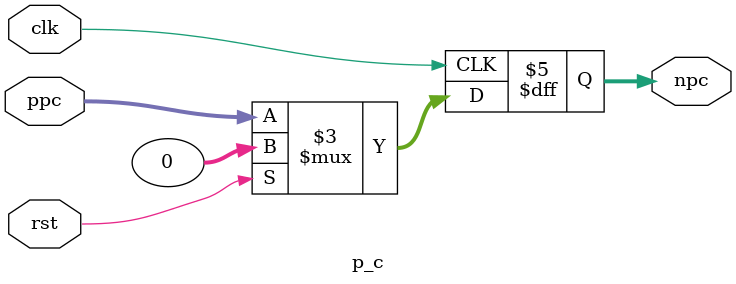
<source format=v>
`timescale 1ns / 1ps


module p_c(clk,rst,ppc,npc);
input clk,rst;
input [31:0] ppc;
output reg [31:0] npc;

always @(posedge clk) begin
        if(rst)
            npc = 0;
        else
            npc = ppc;
end
endmodule
</source>
